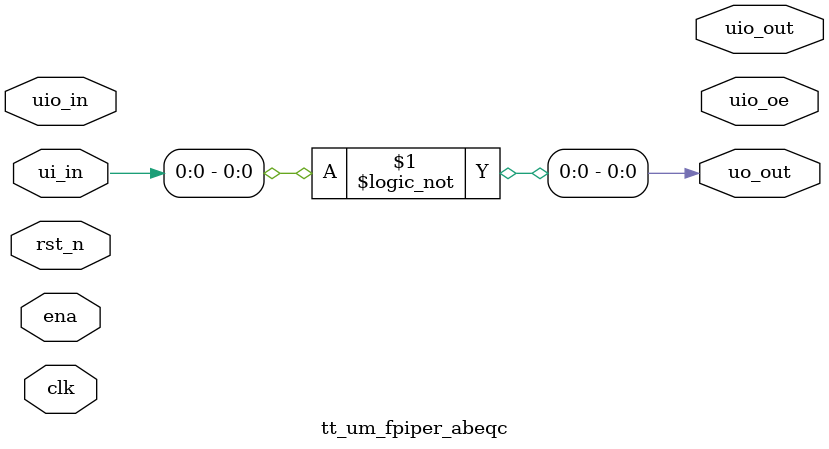
<source format=v>
`default_nettype none

module tt_um_fpiper_abeqc 
	(input wire [7:0]	 ui_in,
	 output wire [7:0] uo_out,
	 input wire [7:0]	 uio_in,
	 output wire [7:0] uio_out,
	 output wire [7:0] uio_oe,
	 input wire				 ena,
	 input wire				 clk,
	 input wire				 rst_n
	 );

   assign uo_out[0] = !ui_in[0];
endmodule

</source>
